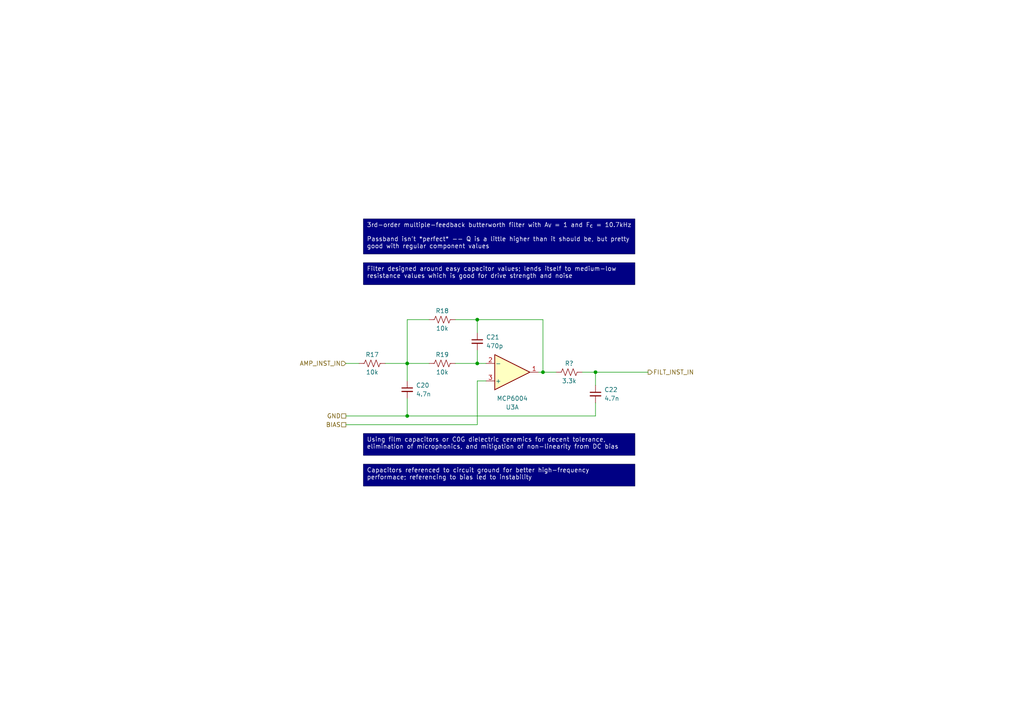
<source format=kicad_sch>
(kicad_sch (version 20230121) (generator eeschema)
  (paper "A4")
  (title_block (title "Digital Audio Effects Processor") (date "2023-11-26") (rev "A") (company "Ishaan Govindarajan"))
  (lib_symbols
    (symbol "Custom-AnalogIC:MCP6004" (pin_names (offset 0.127))
      (property "Reference" "U" (at 0 5.08 0))
      (property "Value" "MCP6004" (at 0 -5.08 0))
      (symbol "MCP6004_1_1"
        (polyline (pts (xy -5.08 5.08) (xy 5.08 0) (xy -5.08 -5.08) (xy -5.08 5.08)) (stroke (width 0.254)) (fill (type background)))
        (pin output line (at 7.62 0 180) (length 2.54) (name "~") (number "1"))
        (pin input line (at -7.62 -2.54 0) (length 2.54) (name "-") (number "2"))
        (pin input line (at -7.62 2.54 0) (length 2.54) (name "+") (number "3"))
      )
      (symbol "MCP6004_2_1"
        (polyline (pts (xy -5.08 5.08) (xy 5.08 0) (xy -5.08 -5.08) (xy -5.08 5.08)) (stroke (width 0.254)) (fill (type background)))
        (pin input line (at -7.62 2.54 0) (length 2.54) (name "+") (number "5"))
        (pin input line (at -7.62 -2.54 0) (length 2.54) (name "-") (number "6"))
        (pin output line (at 7.62 0 180) (length 2.54) (name "~") (number "7"))
      )
      (symbol "MCP6004_3_1"
        (polyline (pts (xy -5.08 5.08) (xy 5.08 0) (xy -5.08 -5.08) (xy -5.08 5.08)) (stroke (width 0.254)) (fill (type background)))
        (pin input line (at -7.62 2.54 0) (length 2.54) (name "+") (number "10"))
        (pin output line (at 7.62 0 180) (length 2.54) (name "~") (number "8"))
        (pin input line (at -7.62 -2.54 0) (length 2.54) (name "-") (number "9"))
      )
      (symbol "MCP6004_4_1"
        (polyline (pts (xy -5.08 5.08) (xy 5.08 0) (xy -5.08 -5.08) (xy -5.08 5.08)) (stroke (width 0.254)) (fill (type background)))
        (pin input line (at -7.62 2.54 0) (length 2.54) (name "+") (number "12"))
        (pin input line (at -7.62 -2.54 0) (length 2.54) (name "-") (number "13"))
        (pin output line (at 7.62 0 180) (length 2.54) (name "~") (number "14"))
      )
      (symbol "MCP6004_5_1"
        (pin power_in line (at -2.54 -7.62 90) (length 3.81) (name "V-") (number "11"))
        (pin power_in line (at -2.54 7.62 270) (length 3.81) (name "V+") (number "4"))
      )
    )
    (symbol "Custom-CapacitorTHT:C317C471J1G5TA" (pin_numbers hide) (pin_names (offset 0.254) hide)
      (property "Reference" "C" (at 0.254 1.778 0))
      (property "Value" "470p" (at 0.254 -2.032 0))
      (symbol "C317C471J1G5TA_0_1"
        (polyline (pts (xy -1.524 -0.508) (xy 1.524 -0.508)) (stroke (width 0.3302)))
        (polyline (pts (xy -1.524 0.508) (xy 1.524 0.508)) (stroke (width 0.3048)))
      )
      (symbol "C317C471J1G5TA_1_1"
        (pin passive line (at 0 2.54 270) (length 2.032) (name "~") (number "1"))
        (pin passive line (at 0 -2.54 90) (length 2.032) (name "~") (number "2"))
      )
    )
    (symbol "Custom-CapacitorTHT:C322C472J1G5TA" (pin_numbers hide) (pin_names (offset 0.254) hide)
      (property "Reference" "C" (at 0.254 1.778 0))
      (property "Value" "4.7n" (at 0.254 -2.032 0))
      (symbol "C322C472J1G5TA_0_1"
        (polyline (pts (xy -1.524 -0.508) (xy 1.524 -0.508)) (stroke (width 0.3302)))
        (polyline (pts (xy -1.524 0.508) (xy 1.524 0.508)) (stroke (width 0.3048)))
      )
      (symbol "C322C472J1G5TA_1_1"
        (pin passive line (at 0 2.54 270) (length 2.032) (name "~") (number "1"))
        (pin passive line (at 0 -2.54 90) (length 2.032) (name "~") (number "2"))
      )
    )
    (symbol "Custom-ResistorTHT:CF14JT10K0" (pin_numbers hide) (pin_names (offset 0))
      (property "Reference" "R" (at 2.54 0 90))
      (property "Value" "10k" (at -2.54 0 90))
      (symbol "CF14JT10K0_0_1"
        (polyline (pts (xy 0 -2.286) (xy 0 -2.54)))
        (polyline (pts (xy 0 2.286) (xy 0 2.54)))
        (polyline (pts (xy 0 -0.762) (xy 1.016 -1.143) (xy 0 -1.524) (xy -1.016 -1.905) (xy 0 -2.286)))
        (polyline (pts (xy 0 0.762) (xy 1.016 0.381) (xy 0 0) (xy -1.016 -0.381) (xy 0 -0.762)))
        (polyline (pts (xy 0 2.286) (xy 1.016 1.905) (xy 0 1.524) (xy -1.016 1.143) (xy 0 0.762)))
      )
      (symbol "CF14JT10K0_1_1"
        (pin passive line (at 0 3.81 270) (length 1.27) (name "~") (number "1"))
        (pin passive line (at 0 -3.81 90) (length 1.27) (name "~") (number "2"))
      )
    )
    (symbol "Custom-ResistorTHT:CF14JT3K30" (pin_numbers hide) (pin_names (offset 0))
      (property "Reference" "R" (at 2.54 0 90))
      (property "Value" "3.3k" (at -2.54 0 90))
      (symbol "CF14JT3K30_0_1"
        (polyline (pts (xy 0 -2.286) (xy 0 -2.54)))
        (polyline (pts (xy 0 2.286) (xy 0 2.54)))
        (polyline (pts (xy 0 -0.762) (xy 1.016 -1.143) (xy 0 -1.524) (xy -1.016 -1.905) (xy 0 -2.286)))
        (polyline (pts (xy 0 0.762) (xy 1.016 0.381) (xy 0 0) (xy -1.016 -0.381) (xy 0 -0.762)))
        (polyline (pts (xy 0 2.286) (xy 1.016 1.905) (xy 0 1.524) (xy -1.016 1.143) (xy 0 0.762)))
      )
      (symbol "CF14JT3K30_1_1"
        (pin passive line (at 0 3.81 270) (length 1.27) (name "~") (number "1"))
        (pin passive line (at 0 -3.81 90) (length 1.27) (name "~") (number "2"))
      )
    )
  )
  (junction (at 157.48 107.95))
  (junction (at 138.43 105.41))
  (junction (at 118.11 105.41))
  (junction (at 118.11 120.65))
  (junction (at 138.43 92.71))
  (junction (at 172.72 107.95))
  (wire (pts (xy 172.72 107.95) (xy 172.72 111.76)))
  (wire (pts (xy 138.43 92.71) (xy 157.48 92.71)))
  (wire (pts (xy 100.33 120.65) (xy 118.11 120.65)))
  (wire (pts (xy 157.48 107.95) (xy 156.21 107.95)))
  (wire (pts (xy 118.11 105.41) (xy 118.11 92.71)))
  (wire (pts (xy 138.43 110.49) (xy 138.43 123.19)))
  (wire (pts (xy 100.33 105.41) (xy 104.14 105.41)))
  (wire (pts (xy 132.08 105.41) (xy 138.43 105.41)))
  (wire (pts (xy 157.48 107.95) (xy 161.29 107.95)))
  (wire (pts (xy 157.48 92.71) (xy 157.48 107.95)))
  (wire (pts (xy 118.11 110.49) (xy 118.11 105.41)))
  (wire (pts (xy 138.43 110.49) (xy 140.97 110.49)))
  (wire (pts (xy 132.08 92.71) (xy 138.43 92.71)))
  (wire (pts (xy 172.72 107.95) (xy 187.96 107.95)))
  (wire (pts (xy 118.11 105.41) (xy 124.46 105.41)))
  (wire (pts (xy 172.72 116.84) (xy 172.72 120.65)))
  (wire (pts (xy 118.11 120.65) (xy 172.72 120.65)))
  (wire (pts (xy 138.43 105.41) (xy 140.97 105.41)))
  (wire (pts (xy 138.43 92.71) (xy 138.43 96.52)))
  (wire (pts (xy 138.43 101.6) (xy 138.43 105.41)))
  (wire (pts (xy 100.33 123.19) (xy 138.43 123.19)))
  (wire (pts (xy 168.91 107.95) (xy 172.72 107.95)))
  (wire (pts (xy 118.11 92.71) (xy 124.46 92.71)))
  (wire (pts (xy 111.76 105.41) (xy 118.11 105.41)))
  (wire (pts (xy 118.11 115.57) (xy 118.11 120.65)))
  (text_box "Filter designed around easy capacitor values; lends itself to medium-low resistance values which is good for drive strength and noise" (at 105.41 76.2 0) (size 78.74 6.35) (stroke (width 0) (color 0 0 72 1)) (fill (type color) (color 0 0 132 1)) (effects (font (size 1.27 1.27)) (justify left top)))
  (text_box "3rd-order multiple-feedback butterworth filter with A_{V} = 1 and F_{c} = 10.7kHz\n\nPassband isn't *perfect* -- Q is a little higher than it should be, but pretty good with regular component values" (at 105.41 63.5 0) (size 78.74 10.16) (stroke (width 0) (color 0 0 72 1)) (fill (type color) (color 0 0 132 1)) (effects (font (size 1.27 1.27)) (justify left top)))
  (text_box "Capacitors referenced to circuit ground for better high-frequency performace; referencing to bias led to instability " (at 105.41 134.62 0) (size 78.74 6.35) (stroke (width 0) (color 0 0 72 1)) (fill (type color) (color 0 0 132 1)) (effects (font (size 1.27 1.27)) (justify left top)))
  (text_box "Using film capacitors or C0G dielectric ceramics for decent tolerance, elimination of microphonics, and mitigation of non-linearity from DC bias" (at 105.41 125.73 0) (size 78.74 6.35) (stroke (width 0) (color 0 0 72 1)) (fill (type color) (color 0 0 132 1)) (effects (font (size 1.27 1.27)) (justify left top)))
  (hierarchical_label "FILT_INST_IN" (shape output) (at 187.96 107.95 0))
  (hierarchical_label "GND" (shape passive) (at 100.33 120.65 180))
  (hierarchical_label "BIAS" (shape passive) (at 100.33 123.19 180))
  (hierarchical_label "AMP_INST_IN" (shape input) (at 100.33 105.41 180))
  (symbol (lib_id "Custom-ResistorTHT:CF14JT10K0") (at 128.27 105.41 90) (unit 1)
    (property "Reference" "R19" (at 128.27 102.87 90))
    (property "Value" "10k" (at 128.27 107.95 90))
    (property "Footprint" "Resistor_THT:R_Axial_DIN0207_L6.3mm_D2.5mm_P10.16mm_Horizontal" (effects hide))
    (property "Datasheet" "https://www.seielect.com/catalog/sei-cf_cfm.pdf" (effects hide))
    (property "Manufacturer" "Stackpole Electronics Inc" (effects hide))
    (property "Part Number" "CF14JT10K0" (effects hide))
  )
  (symbol (lib_id "Custom-ResistorTHT:CF14JT3K30") (at 165.1 107.95 90) (unit 1)
    (property "Reference" "R?" (at 165.1 105.41 90))
    (property "Value" "3.3k" (at 165.1 110.49 90))
    (property "Footprint" "Resistor_THT:R_Axial_DIN0207_L6.3mm_D2.5mm_P10.16mm_Horizontal" (effects hide))
    (property "Datasheet" "https://www.seielect.com/catalog/sei-cf_cfm.pdf" (effects hide))
    (property "Manufacturer" "Stackpole Electronics Inc" (effects hide))
    (property "Part Number" "CF14JT3K30" (effects hide))
    (instances (project "Amplifier Hardware RevB" (path "" (reference "R?") (unit 1)) (path "" (reference "R20") (unit 1))))
  )
  (symbol (lib_id "Custom-AnalogIC:MCP6004") (at 148.59 107.95 0) (mirror x) (unit 1)
    (property "Reference" "U3" (at 148.59 118.11 0))
    (property "Value" "MCP6004" (at 148.59 115.57 0))
    (property "Footprint" "Custom-IC:DIP-14_W7.62mm_Socket_LongPads_IC" (effects hide))
    (property "Datasheet" "https://ww1.microchip.com/downloads/en/DeviceDoc/MCP6001-1R-1U-2-4-1-MHz-Low-Power-Op-Amp-DS20001733L.pdf" (effects hide))
    (property "Manufacturer" "Microchip Technology" (effects hide))
    (property "Part Number" "MCP6004-I/P" (effects hide))
  )
  (symbol (lib_id "Custom-CapacitorTHT:C322C472J1G5TA") (at 118.11 113.03 0) (unit 1)
    (property "Reference" "C20" (at 120.65 111.7663 0) (effects (justify left)))
    (property "Value" "4.7n" (at 120.65 114.3063 0) (effects (justify left)))
    (property "Footprint" "Custom-RLC:C_KEMET_C322" (effects hide))
    (property "Datasheet" "https://content.kemet.com/datasheets/KEM_C1049_GOLDMAX_C0G.pdf" (effects hide))
    (property "Manufacturer" "KEMET" (effects hide))
    (property "Part Number" "C322C472J1G5TA" (effects hide))
  )
  (symbol (lib_id "Custom-CapacitorTHT:C322C472J1G5TA") (at 172.72 114.3 0) (unit 1)
    (property "Reference" "C22" (at 175.26 113.0363 0) (effects (justify left)))
    (property "Value" "4.7n" (at 175.26 115.5763 0) (effects (justify left)))
    (property "Footprint" "Custom-RLC:C_KEMET_C322" (effects hide))
    (property "Datasheet" "https://content.kemet.com/datasheets/KEM_C1049_GOLDMAX_C0G.pdf" (effects hide))
    (property "Manufacturer" "KEMET" (effects hide))
    (property "Part Number" "C322C472J1G5TA" (effects hide))
  )
  (symbol (lib_id "Custom-CapacitorTHT:C317C471J1G5TA") (at 138.43 99.06 0) (mirror y) (unit 1)
    (property "Reference" "C21" (at 140.97 97.7963 0) (effects (justify right)))
    (property "Value" "470p" (at 140.97 100.3363 0) (effects (justify right)))
    (property "Footprint" "Custom-RLC:C_KEMET_C317" (effects hide))
    (property "Datasheet" "https://content.kemet.com/datasheets/KEM_C1049_GOLDMAX_C0G.pdf" (effects hide))
    (property "Manufacturer" "KEMET" (effects hide))
    (property "Part Number" "C317C471J1G5TA" (effects hide))
  )
  (symbol (lib_id "Custom-ResistorTHT:CF14JT10K0") (at 107.95 105.41 90) (unit 1)
    (property "Reference" "R17" (at 107.95 102.87 90))
    (property "Value" "10k" (at 107.95 107.95 90))
    (property "Footprint" "Resistor_THT:R_Axial_DIN0207_L6.3mm_D2.5mm_P10.16mm_Horizontal" (effects hide))
    (property "Datasheet" "https://www.seielect.com/catalog/sei-cf_cfm.pdf" (effects hide))
    (property "Manufacturer" "Stackpole Electronics Inc" (effects hide))
    (property "Part Number" "CF14JT10K0" (effects hide))
  )
  (symbol (lib_id "Custom-ResistorTHT:CF14JT10K0") (at 128.27 92.71 90) (unit 1)
    (property "Reference" "R18" (at 128.27 90.17 90))
    (property "Value" "10k" (at 128.27 95.25 90))
    (property "Footprint" "Resistor_THT:R_Axial_DIN0207_L6.3mm_D2.5mm_P10.16mm_Horizontal" (effects hide))
    (property "Datasheet" "https://www.seielect.com/catalog/sei-cf_cfm.pdf" (effects hide))
    (property "Manufacturer" "Stackpole Electronics Inc" (effects hide))
    (property "Part Number" "CF14JT10K0" (effects hide))
  )
)
</source>
